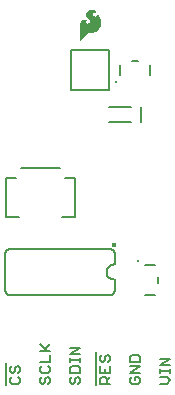
<source format=gto>
G75*
%MOIN*%
%OFA0B0*%
%FSLAX25Y25*%
%IPPOS*%
%LPD*%
%AMOC8*
5,1,8,0,0,1.08239X$1,22.5*
%
%ADD10C,0.00600*%
%ADD11C,0.00800*%
%ADD12C,0.01000*%
%ADD13C,0.01720*%
%ADD14C,0.00300*%
D10*
X0175433Y0060000D02*
X0175433Y0067366D01*
X0176630Y0065685D02*
X0176630Y0064550D01*
X0177198Y0063983D01*
X0177765Y0063983D01*
X0178332Y0064550D01*
X0178332Y0065685D01*
X0178899Y0066252D01*
X0179466Y0066252D01*
X0180033Y0065685D01*
X0180033Y0064550D01*
X0179466Y0063983D01*
X0179466Y0062569D02*
X0180033Y0062001D01*
X0180033Y0060867D01*
X0179466Y0060300D01*
X0177198Y0060300D01*
X0176630Y0060867D01*
X0176630Y0062001D01*
X0177198Y0062569D01*
X0176630Y0065685D02*
X0177198Y0066252D01*
X0186630Y0065685D02*
X0186630Y0064550D01*
X0187198Y0063983D01*
X0189466Y0063983D01*
X0190033Y0064550D01*
X0190033Y0065685D01*
X0189466Y0066252D01*
X0190033Y0067666D02*
X0190033Y0069935D01*
X0190033Y0071349D02*
X0186630Y0071349D01*
X0188332Y0071917D02*
X0190033Y0073618D01*
X0188899Y0071349D02*
X0186630Y0073618D01*
X0186630Y0067666D02*
X0190033Y0067666D01*
X0187198Y0066252D02*
X0186630Y0065685D01*
X0187198Y0062569D02*
X0186630Y0062001D01*
X0186630Y0060867D01*
X0187198Y0060300D01*
X0187765Y0060300D01*
X0188332Y0060867D01*
X0188332Y0062001D01*
X0188899Y0062569D01*
X0189466Y0062569D01*
X0190033Y0062001D01*
X0190033Y0060867D01*
X0189466Y0060300D01*
X0196630Y0060867D02*
X0197198Y0060300D01*
X0197765Y0060300D01*
X0198332Y0060867D01*
X0198332Y0062001D01*
X0198899Y0062569D01*
X0199466Y0062569D01*
X0200033Y0062001D01*
X0200033Y0060867D01*
X0199466Y0060300D01*
X0196630Y0060867D02*
X0196630Y0062001D01*
X0197198Y0062569D01*
X0196630Y0063983D02*
X0196630Y0065685D01*
X0197198Y0066252D01*
X0199466Y0066252D01*
X0200033Y0065685D01*
X0200033Y0063983D01*
X0196630Y0063983D01*
X0196630Y0067666D02*
X0196630Y0068801D01*
X0196630Y0068233D02*
X0200033Y0068233D01*
X0200033Y0067666D02*
X0200033Y0068801D01*
X0200033Y0070122D02*
X0196630Y0070122D01*
X0200033Y0072390D01*
X0196630Y0072390D01*
X0205433Y0071049D02*
X0205433Y0060000D01*
X0206630Y0060300D02*
X0206630Y0062001D01*
X0207198Y0062569D01*
X0208332Y0062569D01*
X0208899Y0062001D01*
X0208899Y0060300D01*
X0208899Y0061434D02*
X0210033Y0062569D01*
X0210033Y0063983D02*
X0210033Y0066252D01*
X0209466Y0067666D02*
X0210033Y0068233D01*
X0210033Y0069368D01*
X0209466Y0069935D01*
X0208899Y0069935D01*
X0208332Y0069368D01*
X0208332Y0068233D01*
X0207765Y0067666D01*
X0207198Y0067666D01*
X0206630Y0068233D01*
X0206630Y0069368D01*
X0207198Y0069935D01*
X0206630Y0066252D02*
X0206630Y0063983D01*
X0210033Y0063983D01*
X0208332Y0063983D02*
X0208332Y0065117D01*
X0210033Y0060300D02*
X0206630Y0060300D01*
X0216630Y0060867D02*
X0217198Y0060300D01*
X0219466Y0060300D01*
X0220033Y0060867D01*
X0220033Y0062001D01*
X0219466Y0062569D01*
X0218332Y0062569D01*
X0218332Y0061434D01*
X0217198Y0062569D02*
X0216630Y0062001D01*
X0216630Y0060867D01*
X0216630Y0063983D02*
X0220033Y0066252D01*
X0216630Y0066252D01*
X0216630Y0067666D02*
X0216630Y0069368D01*
X0217198Y0069935D01*
X0219466Y0069935D01*
X0220033Y0069368D01*
X0220033Y0067666D01*
X0216630Y0067666D01*
X0216630Y0063983D02*
X0220033Y0063983D01*
X0226630Y0063983D02*
X0226630Y0065117D01*
X0226630Y0064550D02*
X0230033Y0064550D01*
X0230033Y0063983D02*
X0230033Y0065117D01*
X0230033Y0066439D02*
X0226630Y0066439D01*
X0230033Y0068707D01*
X0226630Y0068707D01*
X0226630Y0062569D02*
X0228899Y0062569D01*
X0230033Y0061434D01*
X0228899Y0060300D01*
X0226630Y0060300D01*
D11*
X0225024Y0090000D02*
X0221643Y0090000D01*
X0226124Y0093943D02*
X0226124Y0096057D01*
X0225024Y0100000D02*
X0221643Y0100000D01*
X0211533Y0100100D02*
X0211533Y0104056D01*
X0211521Y0104126D01*
X0211504Y0104196D01*
X0211484Y0104264D01*
X0211461Y0104332D01*
X0211433Y0104398D01*
X0211402Y0104462D01*
X0211368Y0104524D01*
X0211330Y0104585D01*
X0211290Y0104644D01*
X0211246Y0104700D01*
X0211199Y0104753D01*
X0211149Y0104805D01*
X0211096Y0104853D01*
X0211041Y0104898D01*
X0210984Y0104941D01*
X0210924Y0104980D01*
X0210862Y0105016D01*
X0210799Y0105048D01*
X0210734Y0105077D01*
X0210667Y0105103D01*
X0210599Y0105125D01*
X0210530Y0105143D01*
X0210460Y0105157D01*
X0210389Y0105167D01*
X0210318Y0105174D01*
X0210247Y0105177D01*
X0210176Y0105176D01*
X0210104Y0105171D01*
X0210034Y0105162D01*
X0210033Y0105163D02*
X0176240Y0105163D01*
X0176239Y0105162D02*
X0176169Y0105150D01*
X0176099Y0105133D01*
X0176031Y0105113D01*
X0175964Y0105089D01*
X0175898Y0105062D01*
X0175833Y0105031D01*
X0175771Y0104997D01*
X0175710Y0104959D01*
X0175652Y0104918D01*
X0175595Y0104874D01*
X0175542Y0104827D01*
X0175491Y0104777D01*
X0175442Y0104725D01*
X0175397Y0104670D01*
X0175354Y0104612D01*
X0175315Y0104553D01*
X0175279Y0104491D01*
X0175247Y0104427D01*
X0175218Y0104362D01*
X0175192Y0104296D01*
X0175171Y0104228D01*
X0175152Y0104158D01*
X0175138Y0104089D01*
X0175128Y0104018D01*
X0175121Y0103947D01*
X0175118Y0103876D01*
X0175119Y0103804D01*
X0175124Y0103733D01*
X0175133Y0103662D01*
X0175133Y0103663D02*
X0175133Y0091337D01*
X0175135Y0091261D01*
X0175141Y0091186D01*
X0175150Y0091110D01*
X0175164Y0091035D01*
X0175181Y0090961D01*
X0175202Y0090888D01*
X0175226Y0090816D01*
X0175254Y0090746D01*
X0175286Y0090677D01*
X0175321Y0090609D01*
X0175360Y0090544D01*
X0175402Y0090480D01*
X0175447Y0090419D01*
X0175495Y0090360D01*
X0175546Y0090304D01*
X0175600Y0090250D01*
X0175656Y0090199D01*
X0175715Y0090151D01*
X0175776Y0090106D01*
X0175840Y0090064D01*
X0175905Y0090025D01*
X0175973Y0089990D01*
X0176042Y0089958D01*
X0176112Y0089930D01*
X0176184Y0089906D01*
X0176257Y0089885D01*
X0176331Y0089868D01*
X0176406Y0089854D01*
X0176482Y0089845D01*
X0176557Y0089839D01*
X0176633Y0089837D01*
X0210033Y0089837D01*
X0210114Y0089849D01*
X0210194Y0089864D01*
X0210273Y0089883D01*
X0210351Y0089905D01*
X0210428Y0089932D01*
X0210504Y0089961D01*
X0210578Y0089995D01*
X0210650Y0090032D01*
X0210721Y0090072D01*
X0210789Y0090116D01*
X0210856Y0090163D01*
X0210920Y0090213D01*
X0210981Y0090266D01*
X0211040Y0090322D01*
X0211097Y0090381D01*
X0211150Y0090442D01*
X0211201Y0090506D01*
X0211248Y0090572D01*
X0211292Y0090640D01*
X0211333Y0090710D01*
X0211371Y0090782D01*
X0211405Y0090856D01*
X0211435Y0090932D01*
X0211462Y0091008D01*
X0211485Y0091086D01*
X0211505Y0091165D01*
X0211520Y0091245D01*
X0211532Y0091326D01*
X0211540Y0091406D01*
X0211544Y0091488D01*
X0211545Y0091569D01*
X0211541Y0091650D01*
X0211534Y0091731D01*
X0211533Y0091781D02*
X0211533Y0095100D01*
X0211333Y0095100D02*
X0211235Y0095102D01*
X0211137Y0095108D01*
X0211039Y0095117D01*
X0210942Y0095131D01*
X0210845Y0095148D01*
X0210749Y0095169D01*
X0210654Y0095194D01*
X0210560Y0095222D01*
X0210468Y0095255D01*
X0210376Y0095290D01*
X0210286Y0095330D01*
X0210198Y0095372D01*
X0210111Y0095419D01*
X0210027Y0095468D01*
X0209944Y0095521D01*
X0209864Y0095577D01*
X0209785Y0095637D01*
X0209709Y0095699D01*
X0209636Y0095764D01*
X0209565Y0095832D01*
X0209497Y0095903D01*
X0209432Y0095976D01*
X0209370Y0096052D01*
X0209310Y0096131D01*
X0209254Y0096211D01*
X0209201Y0096294D01*
X0209152Y0096378D01*
X0209105Y0096465D01*
X0209063Y0096553D01*
X0209023Y0096643D01*
X0208988Y0096735D01*
X0208955Y0096827D01*
X0208927Y0096921D01*
X0208902Y0097016D01*
X0208881Y0097112D01*
X0208864Y0097209D01*
X0208850Y0097306D01*
X0208841Y0097404D01*
X0208835Y0097502D01*
X0208833Y0097600D01*
X0208835Y0097698D01*
X0208841Y0097796D01*
X0208850Y0097894D01*
X0208864Y0097991D01*
X0208881Y0098088D01*
X0208902Y0098184D01*
X0208927Y0098279D01*
X0208955Y0098373D01*
X0208988Y0098465D01*
X0209023Y0098557D01*
X0209063Y0098647D01*
X0209105Y0098735D01*
X0209152Y0098822D01*
X0209201Y0098906D01*
X0209254Y0098989D01*
X0209310Y0099069D01*
X0209370Y0099148D01*
X0209432Y0099224D01*
X0209497Y0099297D01*
X0209565Y0099368D01*
X0209636Y0099436D01*
X0209709Y0099501D01*
X0209785Y0099563D01*
X0209864Y0099623D01*
X0209944Y0099679D01*
X0210027Y0099732D01*
X0210111Y0099781D01*
X0210198Y0099828D01*
X0210286Y0099870D01*
X0210376Y0099910D01*
X0210468Y0099945D01*
X0210560Y0099978D01*
X0210654Y0100006D01*
X0210749Y0100031D01*
X0210845Y0100052D01*
X0210942Y0100069D01*
X0211039Y0100083D01*
X0211137Y0100092D01*
X0211235Y0100098D01*
X0211333Y0100100D01*
X0198215Y0115846D02*
X0193885Y0115846D01*
X0198215Y0115846D02*
X0198215Y0129035D01*
X0195066Y0129035D01*
X0193369Y0132118D02*
X0180180Y0132118D01*
X0178530Y0129035D02*
X0175381Y0129035D01*
X0175381Y0115846D01*
X0179711Y0115846D01*
X0209790Y0147539D02*
X0216877Y0147539D01*
X0220302Y0147539D02*
X0220302Y0152461D01*
X0216877Y0152461D02*
X0209790Y0152461D01*
X0209633Y0158307D02*
X0197034Y0158307D01*
X0197034Y0171693D01*
X0209633Y0171693D01*
X0209633Y0158307D01*
X0213333Y0163309D02*
X0213333Y0166691D01*
X0217277Y0167791D02*
X0219390Y0167791D01*
X0223333Y0166691D02*
X0223333Y0163309D01*
D12*
X0212033Y0161000D03*
X0219333Y0101300D03*
D13*
X0211333Y0106600D03*
D14*
X0200093Y0174917D02*
X0200290Y0175114D01*
X0200408Y0175311D01*
X0200605Y0175508D01*
X0200802Y0175744D01*
X0201274Y0176217D01*
X0201747Y0176768D01*
X0202140Y0177161D01*
X0202534Y0177398D01*
X0202770Y0177437D01*
X0203518Y0177437D01*
X0203991Y0177516D01*
X0204424Y0177634D01*
X0204818Y0177791D01*
X0205211Y0178028D01*
X0205526Y0178303D01*
X0205841Y0178618D01*
X0206117Y0178972D01*
X0206510Y0179681D01*
X0206707Y0180429D01*
X0206747Y0181098D01*
X0206629Y0181728D01*
X0206432Y0182319D01*
X0206156Y0182752D01*
X0205841Y0183106D01*
X0205526Y0183303D01*
X0205526Y0182949D01*
X0205487Y0182831D01*
X0205448Y0182752D01*
X0205329Y0182634D01*
X0205211Y0182594D01*
X0205093Y0182594D01*
X0204778Y0182673D01*
X0204621Y0182752D01*
X0204503Y0182831D01*
X0204345Y0182949D01*
X0204109Y0183185D01*
X0203951Y0183421D01*
X0203912Y0183579D01*
X0203912Y0183815D01*
X0203951Y0183933D01*
X0203991Y0184012D01*
X0204070Y0184130D01*
X0204227Y0184248D01*
X0204385Y0184327D01*
X0204581Y0184366D01*
X0204739Y0184406D01*
X0204975Y0184406D01*
X0205054Y0184366D01*
X0205093Y0184366D01*
X0205054Y0184406D01*
X0204896Y0184524D01*
X0204345Y0184799D01*
X0203991Y0184878D01*
X0203597Y0184878D01*
X0203164Y0184799D01*
X0202731Y0184563D01*
X0202377Y0184287D01*
X0202180Y0183972D01*
X0202062Y0183618D01*
X0202062Y0183303D01*
X0202140Y0182949D01*
X0202337Y0182594D01*
X0202613Y0182280D01*
X0202928Y0181925D01*
X0203203Y0181650D01*
X0203322Y0181335D01*
X0203322Y0181059D01*
X0203243Y0180823D01*
X0203085Y0180626D01*
X0202849Y0180469D01*
X0202534Y0180390D01*
X0202219Y0180390D01*
X0202022Y0180429D01*
X0201825Y0180508D01*
X0201589Y0180744D01*
X0201510Y0180862D01*
X0201471Y0180980D01*
X0201471Y0181138D01*
X0201510Y0181256D01*
X0201747Y0181492D01*
X0201865Y0181531D01*
X0202022Y0181610D01*
X0202062Y0181650D01*
X0201904Y0181728D01*
X0201432Y0181728D01*
X0201196Y0181689D01*
X0200999Y0181650D01*
X0200802Y0181571D01*
X0200644Y0181453D01*
X0200448Y0181295D01*
X0200211Y0180902D01*
X0200133Y0180626D01*
X0200093Y0180311D01*
X0200093Y0174917D01*
X0200093Y0175076D02*
X0200252Y0175076D01*
X0200093Y0175375D02*
X0200472Y0175375D01*
X0200743Y0175673D02*
X0200093Y0175673D01*
X0200093Y0175972D02*
X0201030Y0175972D01*
X0201320Y0176270D02*
X0200093Y0176270D01*
X0200093Y0176569D02*
X0201576Y0176569D01*
X0201846Y0176867D02*
X0200093Y0176867D01*
X0200093Y0177166D02*
X0202148Y0177166D01*
X0203682Y0177464D02*
X0200093Y0177464D01*
X0200093Y0177763D02*
X0204746Y0177763D01*
X0205250Y0178061D02*
X0200093Y0178061D01*
X0200093Y0178360D02*
X0205583Y0178360D01*
X0205873Y0178658D02*
X0200093Y0178658D01*
X0200093Y0178957D02*
X0206105Y0178957D01*
X0206274Y0179255D02*
X0200093Y0179255D01*
X0200093Y0179554D02*
X0206440Y0179554D01*
X0206556Y0179852D02*
X0200093Y0179852D01*
X0200093Y0180151D02*
X0206634Y0180151D01*
X0206709Y0180449D02*
X0202773Y0180449D01*
X0203183Y0180748D02*
X0206726Y0180748D01*
X0206744Y0181046D02*
X0203317Y0181046D01*
X0203318Y0181345D02*
X0206700Y0181345D01*
X0206645Y0181643D02*
X0203206Y0181643D01*
X0202913Y0181942D02*
X0206557Y0181942D01*
X0206458Y0182241D02*
X0202648Y0182241D01*
X0202386Y0182539D02*
X0206292Y0182539D01*
X0206080Y0182838D02*
X0205489Y0182838D01*
X0205526Y0183136D02*
X0205794Y0183136D01*
X0204494Y0182838D02*
X0202202Y0182838D01*
X0202099Y0183136D02*
X0204158Y0183136D01*
X0203948Y0183435D02*
X0202062Y0183435D01*
X0202100Y0183733D02*
X0203912Y0183733D01*
X0204004Y0184032D02*
X0202217Y0184032D01*
X0202432Y0184330D02*
X0204401Y0184330D01*
X0204686Y0184629D02*
X0202851Y0184629D01*
X0202056Y0181643D02*
X0200983Y0181643D01*
X0200510Y0181345D02*
X0201600Y0181345D01*
X0201471Y0181046D02*
X0200298Y0181046D01*
X0200167Y0180748D02*
X0201587Y0180748D01*
X0201972Y0180449D02*
X0200110Y0180449D01*
M02*

</source>
